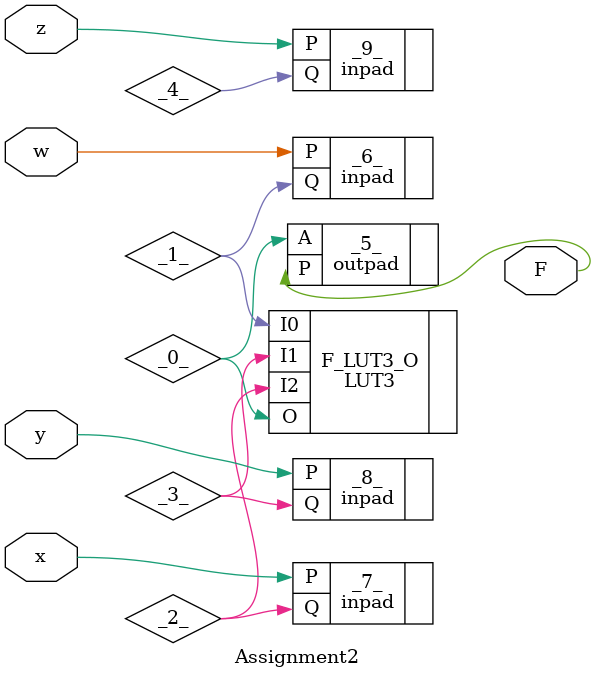
<source format=v>
/* Generated by Yosys 0.9+2406 (git sha1 9ac3484, x86_64-conda_cos6-linux-gnu-gcc 1.24.0.133_b0863d8_dirty -fvisibility-inlines-hidden -fmessage-length=0 -march=nocona -mtune=haswell -ftree-vectorize -fPIC -fstack-protector-strong -fno-plt -O2 -ffunction-sections -fdebug-prefix-map=/root/anaconda3/conda-bld/yosys_1607410735049/work=/usr/local/src/conda/yosys-0.8.0_0003_e80fb742f_20201208_122808 -fdebug-prefix-map=/home/raghavendra/qorc-sdk/fpga_toolchain_install/v1.3.1/conda=/usr/local/src/conda-prefix -fPIC -Os) */

(* top =  1  *)
(* src = "/home/raghavendra/qorc-sdk/assignment2/assign2.v:4.1-24.10" *)
module Assignment2(w, x, y, z, F);
  wire _0_;
  wire _1_;
  wire _2_;
  wire _3_;
  (* unused_bits = "0" *)
  wire _4_;
  (* src = "/home/raghavendra/qorc-sdk/assignment2/assign2.v:11.13-11.14" *)
  output F;
  (* src = "/home/raghavendra/qorc-sdk/assignment2/assign2.v:6.12-6.13" *)
  input w;
  (* src = "/home/raghavendra/qorc-sdk/assignment2/assign2.v:7.12-7.13" *)
  input x;
  (* src = "/home/raghavendra/qorc-sdk/assignment2/assign2.v:8.12-8.13" *)
  input y;
  (* src = "/home/raghavendra/qorc-sdk/assignment2/assign2.v:9.12-9.13" *)
  input z;
  (* keep = 32'd1 *)
  outpad #(
    .IO_LOC("X12Y3"),
    .IO_PAD("3"),
    .IO_TYPE("BIDIR")
  ) _5_ (
    .A(_0_),
    .P(F)
  );
  (* keep = 32'd1 *)
  inpad #(
    .IO_LOC("X3Y30"),
    .IO_PAD("18"),
    .IO_TYPE("SDIOMUX")
  ) _6_ (
    .P(w),
    .Q(_1_)
  );
  (* keep = 32'd1 *)
  inpad #(
    .IO_LOC("X2Y31"),
    .IO_PAD("21"),
    .IO_TYPE("SDIOMUX")
  ) _7_ (
    .P(x),
    .Q(_2_)
  );
  (* keep = 32'd1 *)
  inpad #(
    .IO_LOC("X4Y32"),
    .IO_PAD("23"),
    .IO_TYPE("BIDIR")
  ) _8_ (
    .P(y),
    .Q(_3_)
  );
  (* keep = 32'd1 *)
  inpad #(
    .IO_LOC("X14Y32"),
    .IO_PAD("30"),
    .IO_TYPE("BIDIR")
  ) _9_ (
    .P(z),
    .Q(_4_)
  );
  (* module_not_derived = 32'd1 *)
  (* src = "/home/raghavendra/qorc-sdk/fpga_toolchain_install/v1.3.1/conda/bin/../share/yosys/quicklogic/pp3_lut_map.v:36.63-36.121" *)
  LUT3 #(
    .EQN("(~I0*~I1*~I2)+(~I0*I1*~I2)+(~I0*I1*I2)"),
    .INIT(9'h08a)
  ) F_LUT3_O (
    .I0(_1_),
    .I1(_3_),
    .I2(_2_),
    .O(_0_)
  );
endmodule

</source>
